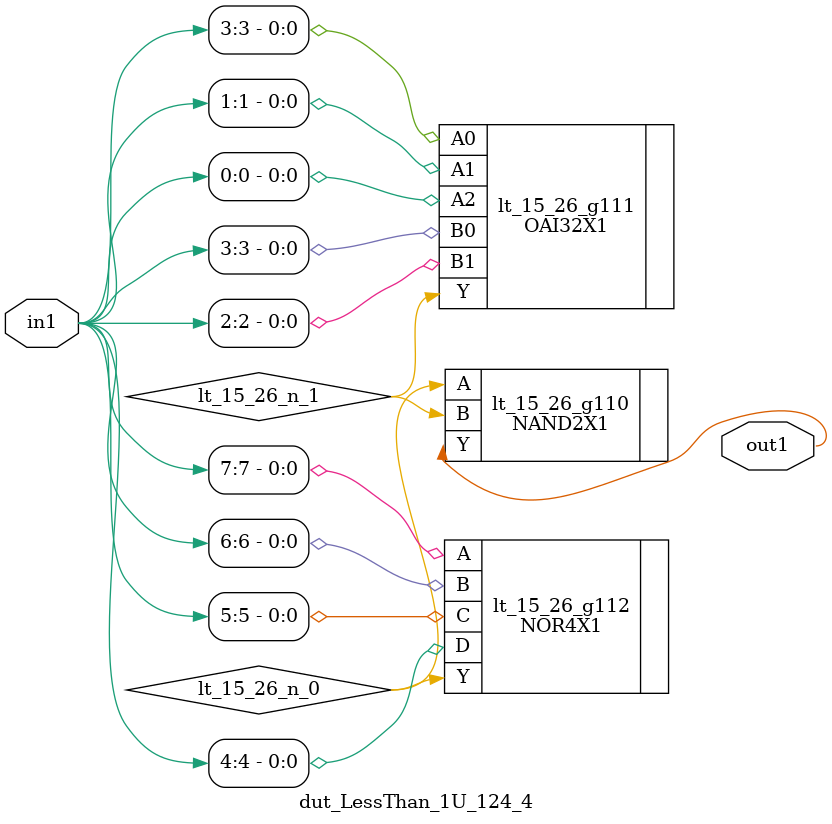
<source format=v>
`timescale 1ps / 1ps


module dut_LessThan_1U_124_4(in1, out1);
  input [7:0] in1;
  output out1;
  wire [7:0] in1;
  wire out1;
  wire lt_15_26_n_0, lt_15_26_n_1;
  NAND2X1 lt_15_26_g110(.A (lt_15_26_n_0), .B (lt_15_26_n_1), .Y
       (out1));
  OAI32X1 lt_15_26_g111(.A0 (in1[3]), .A1 (in1[1]), .A2 (in1[0]), .B0
       (in1[3]), .B1 (in1[2]), .Y (lt_15_26_n_1));
  NOR4X1 lt_15_26_g112(.A (in1[7]), .B (in1[6]), .C (in1[5]), .D
       (in1[4]), .Y (lt_15_26_n_0));
endmodule



</source>
